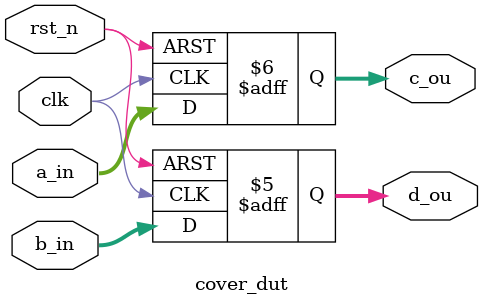
<source format=v>


//--------------------------------------------------------------------------
// Include File
//--------------------------------------------------------------------------

//--------------------------------------------------------------------------
// Module
//--------------------------------------------------------------------------
module cover_dut
//--------------------------------------------------------------------------
// Ports
//--------------------------------------------------------------------------
(
    // inputs
    input wire       clk,
    input wire       rst_n,
    input wire [4:0] a_in,
    input wire [4:0] b_in,

    // outputs
    output reg [4:0] c_ou,
    output reg [4:0] d_ou
);

//--------------------------------------------------------------------------
// Design: assertion basic test
//--------------------------------------------------------------------------
always @(posedge clk or negedge rst_n) begin
    if (!rst_n) begin
        c_ou <= 5'b0000;
    end else begin
        c_ou <= a_in;
    end
end

//--------------------------------------------------------------------------
// Design: assertion basic test
//--------------------------------------------------------------------------
always @(posedge clk or negedge rst_n) begin
    if (!rst_n) begin
        d_ou <= 5'b00000;
    end else begin
        d_ou <= b_in;
    end
end

endmodule
//--------------------------------------------------------------------------

</source>
